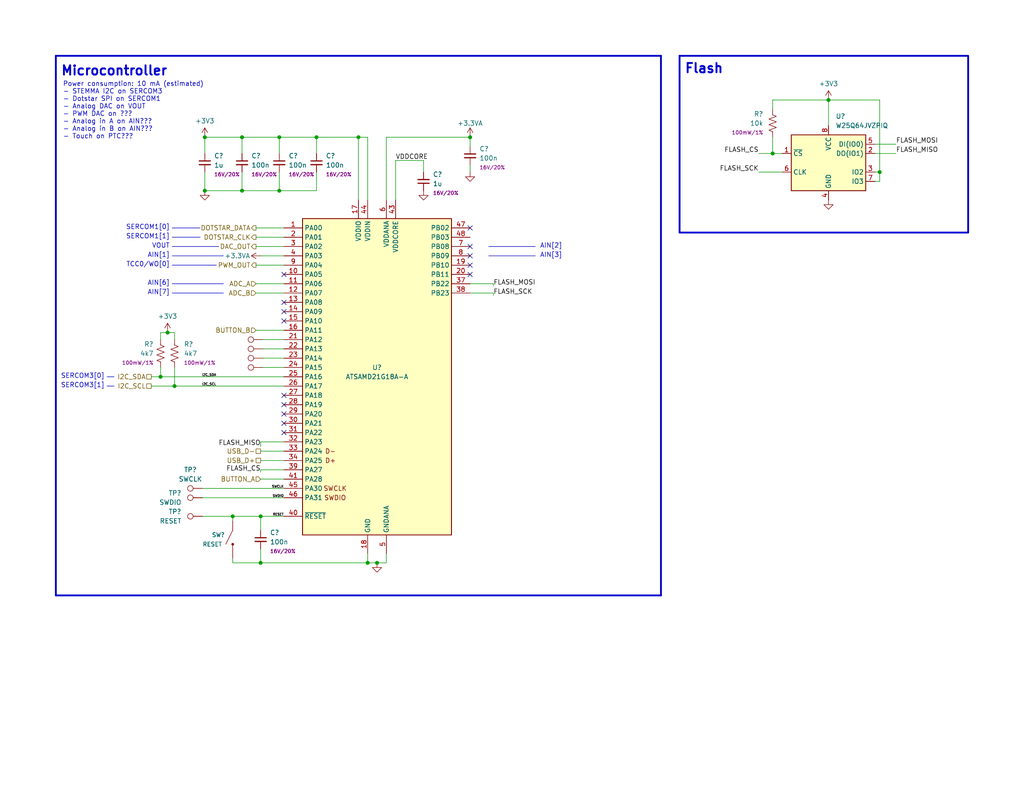
<source format=kicad_sch>
(kicad_sch (version 20230121) (generator eeschema)
  (paper "USLetter")
  (title_block (title "Big Honking Button") (date "2023-08-02") (rev "v5") (company "Winterbloom") (comment 1 "Alethea Flowers") (comment 2 "CERN-OHL-P V2"))
  (lib_symbols
    (symbol "Connector:TestPoint" (pin_numbers hide) (pin_names (offset 0.762) hide)
      (property "Reference" "TP" (at 0 6.858 0))
      (property "Value" "TestPoint" (at 0 5.08 0))
      (symbol "TestPoint_0_1"
        (circle (center 0 3.302) (radius 0.762))
      )
      (symbol "TestPoint_1_1"
        (pin passive line (at 0 0 90) (length 2.54) (name "1") (number "1"))
      )
    )
    (symbol "Device:C_Small" (pin_numbers hide) (pin_names (offset 0.254) hide)
      (property "Reference" "C" (at 0.254 1.778 0))
      (property "Value" "C_Small" (at 0.254 -2.032 0))
      (symbol "C_Small_0_1"
        (polyline (pts (xy -1.524 -0.508) (xy 1.524 -0.508)) (stroke (width 0.3302)))
        (polyline (pts (xy -1.524 0.508) (xy 1.524 0.508)) (stroke (width 0.3048)))
      )
      (symbol "C_Small_1_1"
        (pin passive line (at 0 2.54 270) (length 2.032) (name "~") (number "1"))
        (pin passive line (at 0 -2.54 90) (length 2.032) (name "~") (number "2"))
      )
    )
    (symbol "Device:R_US" (pin_numbers hide) (pin_names (offset 0))
      (property "Reference" "R" (at 2.54 0 90))
      (property "Value" "R_US" (at -2.54 0 90))
      (symbol "R_US_0_1"
        (polyline (pts (xy 0 -2.286) (xy 0 -2.54)))
        (polyline (pts (xy 0 2.286) (xy 0 2.54)))
        (polyline (pts (xy 0 -0.762) (xy 1.016 -1.143) (xy 0 -1.524) (xy -1.016 -1.905) (xy 0 -2.286)))
        (polyline (pts (xy 0 0.762) (xy 1.016 0.381) (xy 0 0) (xy -1.016 -0.381) (xy 0 -0.762)))
        (polyline (pts (xy 0 2.286) (xy 1.016 1.905) (xy 0 1.524) (xy -1.016 1.143) (xy 0 0.762)))
      )
      (symbol "R_US_1_1"
        (pin passive line (at 0 3.81 270) (length 1.27) (name "~") (number "1"))
        (pin passive line (at 0 -3.81 90) (length 1.27) (name "~") (number "2"))
      )
    )
    (symbol "Tactile_Switch_1" (pin_numbers hide) (pin_names (offset 1.016) hide)
      (property "Reference" "SW" (at -1.27 -3.302 0))
      (property "Value" "Tactile_Switch_1" (at -6.223 -1.524 0))
      (symbol "Tactile_Switch_1_1_0"
        (polyline (pts (xy -2.54 0) (xy 1.27 1.905)))
        (polyline (pts (xy 2.54 0) (xy 1.27 0)))
        (circle (center 1.27 0) (radius 0.2794) (fill (type outline)))
      )
      (symbol "Tactile_Switch_1_1_1"
        (pin passive line (at -5.08 0 0) (length 2.54) (name "1") (number "1"))
        (pin passive line (at 5.08 0 180) (length 2.54) (name "2") (number "2"))
      )
    )
    (symbol "board:GD25Q64C"
      (property "Reference" "U" (at -8.89 8.89 0))
      (property "Value" "GD25Q64C" (at 7.62 8.89 0))
      (symbol "GD25Q64C_0_1"
        (rectangle (start -10.16 7.62) (end 10.16 -7.62) (stroke (width 0.254)) (fill (type background)))
      )
      (symbol "GD25Q64C_1_1"
        (pin input line (at -12.7 2.54 0) (length 2.54) (name "~{CS}") (number "1"))
        (pin bidirectional line (at 12.7 2.54 180) (length 2.54) (name "DO(IO1)") (number "2"))
        (pin bidirectional line (at 12.7 -2.54 180) (length 2.54) (name "IO2") (number "3"))
        (pin power_in line (at 0 -10.16 90) (length 2.54) (name "GND") (number "4"))
        (pin bidirectional line (at 12.7 5.08 180) (length 2.54) (name "DI(IO0)") (number "5"))
        (pin input line (at -12.7 -2.54 0) (length 2.54) (name "CLK") (number "6"))
        (pin bidirectional line (at 12.7 -5.08 180) (length 2.54) (name "IO3") (number "7"))
        (pin power_in line (at 0 10.16 270) (length 2.54) (name "VCC") (number "8"))
      )
    )
    (symbol "power:+3.3VA" (power) (pin_names (offset 0))
      (property "Value" "+3.3VA" (at 0 3.556 0))
      (symbol "+3.3VA_0_1"
        (polyline (pts (xy -0.762 1.27) (xy 0 2.54)))
        (polyline (pts (xy 0 0) (xy 0 2.54)))
        (polyline (pts (xy 0 2.54) (xy 0.762 1.27)))
      )
      (symbol "+3.3VA_1_1"
        (pin power_in line (at 0 0 90) (length 0) hide (name "+3.3VA") (number "1"))
      )
    )
    (symbol "power:+3V3" (power) (pin_names (offset 0))
      (property "Value" "+3V3" (at 0 3.556 0))
      (symbol "+3V3_0_1"
        (polyline (pts (xy -0.762 1.27) (xy 0 2.54)))
        (polyline (pts (xy 0 0) (xy 0 2.54)))
        (polyline (pts (xy 0 2.54) (xy 0.762 1.27)))
      )
      (symbol "+3V3_1_1"
        (pin power_in line (at 0 0 90) (length 0) hide (name "+3V3") (number "1"))
      )
    )
    (symbol "power:GND" (power) (pin_names (offset 0))
      (property "Value" "GND" (at 0 -3.81 0))
      (symbol "GND_0_1"
        (polyline (pts (xy 0 0) (xy 0 -1.27) (xy 1.27 -1.27) (xy 0 -2.54) (xy -1.27 -1.27) (xy 0 -1.27)))
      )
      (symbol "GND_1_1"
        (pin power_in line (at 0 0 270) (length 0) hide (name "GND") (number "1"))
      )
    )
    (symbol "winterbloom:ATSAMD21G18A-A"
      (property "Reference" "U" (at -17.78 44.45 0))
      (property "Value" "ATSAMD21G18A-A" (at 0 0 0))
      (property "MPN" "ATSAMD21G18A-A" (at 0 0 0))
      (symbol "ATSAMD21G18A-A_0_0"
        (text "D+" (at -12.7 -22.86 0) (effects (font (size 1.27 1.27))))
        (text "D-" (at -12.7 -20.32 0) (effects (font (size 1.27 1.27))))
        (text "SWCLK" (at -11.43 -30.48 0) (effects (font (size 1.27 1.27))))
        (text "SWDIO" (at -11.43 -33.02 0) (effects (font (size 1.27 1.27))))
      )
      (symbol "ATSAMD21G18A-A_0_1"
        (rectangle (start -20.32 43.18) (end 20.32 -43.18) (stroke (width 0.254)) (fill (type background)))
      )
      (symbol "ATSAMD21G18A-A_1_1"
        (pin bidirectional line (at -25.4 40.64 0) (length 5.08) (name "PA00") (number "1"))
        (pin bidirectional line (at -25.4 27.94 0) (length 5.08) (name "PA05") (number "10"))
        (pin bidirectional line (at -25.4 25.4 0) (length 5.08) (name "PA06") (number "11"))
        (pin bidirectional line (at -25.4 22.86 0) (length 5.08) (name "PA07") (number "12"))
        (pin bidirectional line (at -25.4 20.32 0) (length 5.08) (name "PA08") (number "13"))
        (pin bidirectional line (at -25.4 17.78 0) (length 5.08) (name "PA09") (number "14"))
        (pin bidirectional line (at -25.4 15.24 0) (length 5.08) (name "PA10") (number "15"))
        (pin bidirectional line (at -25.4 12.7 0) (length 5.08) (name "PA11") (number "16"))
        (pin power_in line (at -5.08 48.26 270) (length 5.08) (name "VDDIO") (number "17"))
        (pin power_in line (at -2.54 -48.26 90) (length 5.08) (name "GND") (number "18"))
        (pin bidirectional line (at 25.4 30.48 180) (length 5.08) (name "PB10") (number "19"))
        (pin bidirectional line (at -25.4 38.1 0) (length 5.08) (name "PA01") (number "2"))
        (pin bidirectional line (at 25.4 27.94 180) (length 5.08) (name "PB11") (number "20"))
        (pin bidirectional line (at -25.4 10.16 0) (length 5.08) (name "PA12") (number "21"))
        (pin bidirectional line (at -25.4 7.62 0) (length 5.08) (name "PA13") (number "22"))
        (pin bidirectional line (at -25.4 5.08 0) (length 5.08) (name "PA14") (number "23"))
        (pin bidirectional line (at -25.4 2.54 0) (length 5.08) (name "PA15") (number "24"))
        (pin bidirectional line (at -25.4 0 0) (length 5.08) (name "PA16") (number "25"))
        (pin bidirectional line (at -25.4 -2.54 0) (length 5.08) (name "PA17") (number "26"))
        (pin bidirectional line (at -25.4 -5.08 0) (length 5.08) (name "PA18") (number "27"))
        (pin bidirectional line (at -25.4 -7.62 0) (length 5.08) (name "PA19") (number "28"))
        (pin bidirectional line (at -25.4 -10.16 0) (length 5.08) (name "PA20") (number "29"))
        (pin bidirectional line (at -25.4 35.56 0) (length 5.08) (name "PA02") (number "3"))
        (pin bidirectional line (at -25.4 -12.7 0) (length 5.08) (name "PA21") (number "30"))
        (pin bidirectional line (at -25.4 -15.24 0) (length 5.08) (name "PA22") (number "31"))
        (pin bidirectional line (at -25.4 -17.78 0) (length 5.08) (name "PA23") (number "32"))
        (pin bidirectional line (at -25.4 -20.32 0) (length 5.08) (name "PA24") (number "33"))
        (pin bidirectional line (at -25.4 -22.86 0) (length 5.08) (name "PA25") (number "34"))
        (pin passive line (at -2.54 -48.26 90) (length 5.08) hide (name "GND") (number "35"))
        (pin passive line (at -5.08 48.26 270) (length 5.08) hide (name "VDDIO") (number "36"))
        (pin bidirectional line (at 25.4 25.4 180) (length 5.08) (name "PB22") (number "37"))
        (pin bidirectional line (at 25.4 22.86 180) (length 5.08) (name "PB23") (number "38"))
        (pin bidirectional line (at -25.4 -25.4 0) (length 5.08) (name "PA27") (number "39"))
        (pin bidirectional line (at -25.4 33.02 0) (length 5.08) (name "PA03") (number "4"))
        (pin input line (at -25.4 -38.1 0) (length 5.08) (name "~{RESET}") (number "40"))
        (pin bidirectional line (at -25.4 -27.94 0) (length 5.08) (name "PA28") (number "41"))
        (pin passive line (at -2.54 -48.26 90) (length 5.08) hide (name "GND") (number "42"))
        (pin power_out line (at 5.08 48.26 270) (length 5.08) (name "VDDCORE") (number "43"))
        (pin power_in line (at -2.54 48.26 270) (length 5.08) (name "VDDIN") (number "44"))
        (pin bidirectional line (at -25.4 -30.48 0) (length 5.08) (name "PA30") (number "45"))
        (pin bidirectional line (at -25.4 -33.02 0) (length 5.08) (name "PA31") (number "46"))
        (pin bidirectional line (at 25.4 40.64 180) (length 5.08) (name "PB02") (number "47"))
        (pin bidirectional line (at 25.4 38.1 180) (length 5.08) (name "PB03") (number "48"))
        (pin power_in line (at 2.54 -48.26 90) (length 5.08) (name "GNDANA") (number "5"))
        (pin power_in line (at 2.54 48.26 270) (length 5.08) (name "VDDANA") (number "6"))
        (pin bidirectional line (at 25.4 35.56 180) (length 5.08) (name "PB08") (number "7"))
        (pin bidirectional line (at 25.4 33.02 180) (length 5.08) (name "PB09") (number "8"))
        (pin bidirectional line (at -25.4 30.48 0) (length 5.08) (name "PA04") (number "9"))
      )
    )
  )
  (junction (at 71.12 140.97))
  (junction (at 226.06 27.305))
  (junction (at 86.36 37.465))
  (junction (at 55.88 52.07))
  (junction (at 76.2 52.07))
  (junction (at 66.04 52.07))
  (junction (at 47.625 105.41))
  (junction (at 128.27 37.465))
  (junction (at 210.82 41.91))
  (junction (at 240.03 46.99))
  (junction (at 71.12 153.67))
  (junction (at 55.88 37.465))
  (junction (at 66.04 37.465))
  (junction (at 45.72 90.805))
  (junction (at 102.87 153.67))
  (junction (at 43.815 102.87))
  (junction (at 100.33 153.67))
  (junction (at 63.5 140.97))
  (junction (at 76.2 37.465))
  (junction (at 97.79 37.465))
  (no_connect (at 128.27 72.39))
  (no_connect (at 77.47 115.57))
  (no_connect (at 77.47 113.03))
  (no_connect (at 77.47 85.09))
  (no_connect (at 77.47 107.95))
  (no_connect (at 128.27 74.93))
  (no_connect (at 77.47 110.49))
  (no_connect (at 77.47 82.55))
  (no_connect (at 77.47 87.63))
  (no_connect (at 77.47 118.11))
  (no_connect (at 128.27 67.31))
  (no_connect (at 128.27 69.85))
  (no_connect (at 77.47 74.93))
  (no_connect (at 128.27 62.23))
  (wire (pts (xy 71.755 97.79) (xy 77.47 97.79)))
  (wire (pts (xy 100.33 54.61) (xy 100.33 37.465)))
  (wire (pts (xy 77.47 128.27) (xy 71.12 128.27)))
  (wire (pts (xy 43.815 102.87) (xy 77.47 102.87)))
  (wire (pts (xy 76.2 37.465) (xy 76.2 41.91)))
  (wire (pts (xy 71.12 69.85) (xy 77.47 69.85)))
  (wire (pts (xy 47.625 100.33) (xy 47.625 105.41)))
  (wire (pts (xy 134.62 80.01) (xy 128.27 80.01)))
  (wire (pts (xy 45.72 90.805) (xy 43.815 90.805)))
  (wire (pts (xy 134.62 80.01) (xy 134.62 80.645)))
  (wire (pts (xy 128.27 45.085) (xy 128.27 46.99)))
  (wire (pts (xy 43.815 90.805) (xy 43.815 92.71)))
  (wire (pts (xy 128.27 40.005) (xy 128.27 37.465)))
  (wire (pts (xy 66.04 37.465) (xy 66.04 41.91)))
  (polyline (pts (xy 46.99 62.23) (xy 54.61 62.23)))
  (polyline (pts (xy 46.99 64.77) (xy 54.61 64.77)))
  (wire (pts (xy 55.88 37.465) (xy 55.88 41.91)))
  (wire (pts (xy 71.755 100.33) (xy 77.47 100.33)))
  (wire (pts (xy 55.88 46.99) (xy 55.88 52.07)))
  (wire (pts (xy 71.12 125.73) (xy 77.47 125.73)))
  (wire (pts (xy 107.95 43.815) (xy 107.95 54.61)))
  (wire (pts (xy 105.41 153.67) (xy 105.41 151.13)))
  (wire (pts (xy 210.82 27.305) (xy 226.06 27.305)))
  (wire (pts (xy 238.76 49.53) (xy 240.03 49.53)))
  (wire (pts (xy 244.475 41.91) (xy 238.76 41.91)))
  (wire (pts (xy 71.12 128.27) (xy 71.12 128.905)))
  (wire (pts (xy 71.12 123.19) (xy 77.47 123.19)))
  (wire (pts (xy 47.625 105.41) (xy 77.47 105.41)))
  (wire (pts (xy 69.85 80.01) (xy 77.47 80.01)))
  (wire (pts (xy 240.03 49.53) (xy 240.03 46.99)))
  (wire (pts (xy 240.03 27.305) (xy 226.06 27.305)))
  (wire (pts (xy 76.2 37.465) (xy 86.36 37.465)))
  (polyline (pts (xy 146.05 67.31) (xy 133.35 67.31)))
  (wire (pts (xy 207.01 41.91) (xy 210.82 41.91)))
  (wire (pts (xy 226.06 27.305) (xy 226.06 34.29)))
  (wire (pts (xy 71.12 120.65) (xy 77.47 120.65)))
  (wire (pts (xy 55.245 140.97) (xy 63.5 140.97)))
  (polyline (pts (xy 15.24 15.24) (xy 15.24 162.56)) (stroke (width 0.5) (type solid)))
  (wire (pts (xy 55.245 133.35) (xy 77.47 133.35)))
  (wire (pts (xy 71.755 95.25) (xy 77.47 95.25)))
  (wire (pts (xy 238.76 46.99) (xy 240.03 46.99)))
  (polyline (pts (xy 46.99 77.47) (xy 60.96 77.47)))
  (wire (pts (xy 69.85 67.31) (xy 77.47 67.31)))
  (wire (pts (xy 71.12 130.81) (xy 77.47 130.81)))
  (polyline (pts (xy 15.24 15.24) (xy 180.34 15.24)) (stroke (width 0.5) (type solid)))
  (wire (pts (xy 100.33 37.465) (xy 97.79 37.465)))
  (wire (pts (xy 128.27 37.465) (xy 105.41 37.465)))
  (wire (pts (xy 43.815 100.33) (xy 43.815 102.87)))
  (wire (pts (xy 69.85 64.77) (xy 77.47 64.77)))
  (wire (pts (xy 71.12 140.97) (xy 71.12 144.78)))
  (wire (pts (xy 69.85 90.17) (xy 77.47 90.17)))
  (polyline (pts (xy 46.99 80.01) (xy 60.96 80.01)))
  (wire (pts (xy 210.82 29.845) (xy 210.82 27.305)))
  (wire (pts (xy 100.33 153.67) (xy 102.87 153.67)))
  (wire (pts (xy 66.04 46.99) (xy 66.04 52.07)))
  (wire (pts (xy 134.62 77.47) (xy 134.62 78.105)))
  (wire (pts (xy 76.2 52.07) (xy 86.36 52.07)))
  (wire (pts (xy 100.33 153.67) (xy 71.12 153.67)))
  (wire (pts (xy 105.41 37.465) (xy 105.41 54.61)))
  (polyline (pts (xy 29.21 102.87) (xy 31.115 102.87)))
  (wire (pts (xy 244.475 39.37) (xy 238.76 39.37)))
  (wire (pts (xy 69.85 77.47) (xy 77.47 77.47)))
  (wire (pts (xy 45.72 90.805) (xy 47.625 90.805)))
  (wire (pts (xy 115.57 43.815) (xy 115.57 46.99)))
  (wire (pts (xy 207.01 46.99) (xy 213.36 46.99)))
  (wire (pts (xy 86.36 37.465) (xy 97.79 37.465)))
  (wire (pts (xy 71.12 149.86) (xy 71.12 153.67)))
  (wire (pts (xy 63.5 142.24) (xy 63.5 140.97)))
  (wire (pts (xy 77.47 140.97) (xy 71.12 140.97)))
  (wire (pts (xy 47.625 90.805) (xy 47.625 92.71)))
  (polyline (pts (xy 146.05 69.85) (xy 133.35 69.85)))
  (polyline (pts (xy 180.34 15.24) (xy 180.34 162.56)) (stroke (width 0.5) (type solid)))
  (polyline (pts (xy 180.34 162.56) (xy 15.24 162.56)) (stroke (width 0.5) (type solid)))
  (polyline (pts (xy 46.99 69.85) (xy 60.96 69.85)))
  (wire (pts (xy 71.755 92.71) (xy 77.47 92.71)))
  (wire (pts (xy 55.245 135.89) (xy 77.47 135.89)))
  (wire (pts (xy 100.33 151.13) (xy 100.33 153.67)))
  (wire (pts (xy 41.275 102.87) (xy 43.815 102.87)))
  (polyline (pts (xy 46.99 72.39) (xy 59.055 72.39)))
  (wire (pts (xy 210.82 37.465) (xy 210.82 41.91)))
  (wire (pts (xy 55.88 52.07) (xy 66.04 52.07)))
  (wire (pts (xy 76.2 46.99) (xy 76.2 52.07)))
  (wire (pts (xy 66.04 37.465) (xy 76.2 37.465)))
  (wire (pts (xy 63.5 152.4) (xy 63.5 153.67)))
  (wire (pts (xy 240.03 46.99) (xy 240.03 27.305)))
  (wire (pts (xy 71.12 120.65) (xy 71.12 121.92)))
  (wire (pts (xy 66.04 52.07) (xy 76.2 52.07)))
  (wire (pts (xy 134.62 77.47) (xy 128.27 77.47)))
  (wire (pts (xy 71.12 153.67) (xy 63.5 153.67)))
  (wire (pts (xy 86.36 37.465) (xy 86.36 41.91)))
  (wire (pts (xy 86.36 46.99) (xy 86.36 52.07)))
  (wire (pts (xy 69.85 62.23) (xy 77.47 62.23)))
  (wire (pts (xy 107.95 43.815) (xy 115.57 43.815)))
  (polyline (pts (xy 29.21 105.41) (xy 31.115 105.41)))
  (wire (pts (xy 69.85 72.39) (xy 77.47 72.39)))
  (wire (pts (xy 97.79 37.465) (xy 97.79 54.61)))
  (wire (pts (xy 55.88 37.465) (xy 66.04 37.465)))
  (polyline (pts (xy 46.99 67.31) (xy 59.69 67.31)))
  (wire (pts (xy 102.87 153.67) (xy 105.41 153.67)))
  (wire (pts (xy 63.5 140.97) (xy 71.12 140.97)))
  (wire (pts (xy 41.275 105.41) (xy 47.625 105.41)))
  (wire (pts (xy 210.82 41.91) (xy 213.36 41.91)))
  (rectangle (start 185.42 15.24) (end 264.16 63.5) (stroke (width 0.5)))
  (text "Microcontroller" (at 16.51 20.955 0) (effects (font (size 2.54 2.54) (thickness 0.508) bold) (justify left bottom)))
  (text "SERCOM3[0]" (at 28.575 103.505 0) (effects (font (size 1.27 1.27)) (justify right bottom)))
  (text "TCC0/WO[0]" (at 46.355 73.025 0) (effects (font (size 1.27 1.27)) (justify right bottom)))
  (text "SERCOM3[1]" (at 28.575 106.045 0) (effects (font (size 1.27 1.27)) (justify right bottom)))
  (text "SERCOM1[1]" (at 46.355 65.405 0) (effects (font (size 1.27 1.27)) (justify right bottom)))
  (text "AIN[7]\n" (at 46.355 80.645 0) (effects (font (size 1.27 1.27)) (justify right bottom)))
  (text "AIN[6]\n" (at 46.355 78.105 0) (effects (font (size 1.27 1.27)) (justify right bottom)))
  (text "AIN[3]" (at 147.32 70.485 0) (effects (font (size 1.27 1.27)) (justify left bottom)))
  (text "Power consumption: 10 mA (estimated)\n- STEMMA I2C on SERCOM3\n- Dotstar SPI on SERCOM1\n- Analog DAC on VOUT\n- PWM DAC on ???\n- Analog in A on AIN???\n- Analog in B on AIN???\n- Touch on PTC???" (at 17.145 38.1 0) (effects (font (size 1.27 1.27)) (justify left bottom)))
  (text "AIN[2]" (at 147.32 67.945 0) (effects (font (size 1.27 1.27)) (justify left bottom)))
  (text "VOUT" (at 46.355 67.945 0) (effects (font (size 1.27 1.27)) (justify right bottom)))
  (text "AIN[1]\n" (at 46.355 70.485 0) (effects (font (size 1.27 1.27)) (justify right bottom)))
  (text "SERCOM1[0]" (at 46.355 62.865 0) (effects (font (size 1.27 1.27)) (justify right bottom)))
  (text "Flash" (at 186.69 20.32 0) (effects (font (size 2.54 2.54) (thickness 0.508) bold) (justify left bottom)))
  (label "FLASH_MISO" (at 244.475 41.91 0))
  (label "FLASH_MOSI" (at 134.62 78.105 0))
  (label "I2C_SDA" (at 59.055 102.87 180) (effects (font (size 0.64 0.64))))
  (label "FLASH_SCK" (at 207.01 46.99 180))
  (label "FLASH_MISO" (at 71.12 121.92 180))
  (label "FLASH_CS" (at 71.12 128.905 180))
  (label "RESET" (at 77.47 140.97 180) (effects (font (size 0.64 0.64))))
  (label "SWCLK" (at 77.47 133.35 180) (effects (font (size 0.64 0.64))))
  (label "FLASH_CS" (at 207.01 41.91 180))
  (label "SWDIO" (at 77.47 135.89 180) (effects (font (size 0.64 0.64))))
  (label "I2C_SCL" (at 59.055 105.41 180) (effects (font (size 0.64 0.64))))
  (label "VDDCORE" (at 107.95 43.815 0))
  (label "FLASH_MOSI" (at 244.475 39.37 0))
  (label "FLASH_SCK" (at 134.62 80.645 0))
  (hierarchical_label "BUTTON_B" (shape input) (at 69.85 90.17 180))
  (hierarchical_label "ADC_B" (shape input) (at 69.85 80.01 180))
  (hierarchical_label "USB_D-" (shape passive) (at 71.12 123.19 180))
  (hierarchical_label "USB_D+" (shape passive) (at 71.12 125.73 180))
  (hierarchical_label "DAC_OUT" (shape output) (at 69.85 67.31 180))
  (hierarchical_label "PWM_OUT" (shape output) (at 69.85 72.39 180))
  (hierarchical_label "BUTTON_A" (shape input) (at 71.12 130.81 180))
  (hierarchical_label "I2C_SCL" (shape passive) (at 41.275 105.41 180))
  (hierarchical_label "DOTSTAR_DATA" (shape output) (at 69.85 62.23 180))
  (hierarchical_label "ADC_A" (shape input) (at 69.85 77.47 180))
  (hierarchical_label "I2C_SDA" (shape passive) (at 41.275 102.87 180))
  (hierarchical_label "DOTSTAR_CLK" (shape output) (at 69.85 64.77 180))
  (symbol (lib_id "Device:C_Small") (at 128.27 42.545 0) (unit 1)
    (property "Reference" "C?" (at 130.81 40.6462 0) (effects (justify left)))
    (property "Value" "100n" (at 130.81 43.1862 0) (effects (justify left)))
    (property "Footprint" "winterbloom:C_0603_HandSolder" (effects hide))
    (property "MPN" "CL05B104KO5NNNC" (effects hide))
    (property "Notes" "Bypass" (effects hide))
    (property "MacroFab MPN" "MF-CAP-0402-0.1uF" (effects hide))
    (property "Rating" "16V/20%" (at 130.81 45.7263 0) (effects (font (size 1 1)) (justify left)))
    (instances (project "mainboard" (path "" (reference "C?") (unit 1))) (project "board" (path "" (reference "C15") (unit 1))))
  )
  (symbol (lib_id "Device:R_US") (at 43.815 96.52 0) (unit 1)
    (property "Reference" "R?" (at 41.91 93.98 0) (effects (justify right)))
    (property "Value" "4k7" (at 41.91 96.52 0) (effects (justify right)))
    (property "Footprint" "winterbloom:R_0603_HandSolder" (effects hide))
    (property "Rating" "100mW/1%" (at 41.91 99.06 0) (effects (font (size 1 1)) (justify right)))
    (instances (project "mainboard" (path "" (reference "R?") (unit 1))) (project "board" (path "" (reference "R?") (unit 1)) (path "" (reference "R2") (unit 1))))
  )
  (symbol (lib_id "power:+3.3VA") (at 128.27 37.465 0) (unit 1)
    (property "Reference" "#PWR?" (effects hide))
    (property "Value" "+3.3VA" (at 128.27 33.655 0))
    (instances (project "mainboard" (path "" (reference "#PWR?") (unit 1))) (project "board" (path "" (reference "#PWR0125") (unit 1))))
  )
  (symbol (lib_id "board:GD25Q64C") (at 226.06 44.45 0) (unit 1)
    (property "Reference" "U?" (at 228.0159 31.75 0) (effects (justify left)))
    (property "Value" "W25Q64JVZPIQ" (at 228.0159 34.29 0) (effects (justify left)))
    (property "Footprint" "Package_SON:WSON-8-1EP_6x5mm_P1.27mm_EP3.4x4mm" (effects hide))
    (property "Datasheet" "https://www.digikey.com/en/products/detail/winbond-electronics/W25Q64JVZPIQ-TR/5803999" (effects hide))
    (property "mpn" "W25Q64JVZPIQ" (effects hide))
    (instances (project "board" (path "" (reference "U?") (unit 1)) (path "" (reference "U4") (unit 1))))
  )
  (symbol (lib_id "winterbloom:ATSAMD21G18A-A") (at 102.87 102.87 0) (unit 1)
    (property "Reference" "U?" (at 102.87 100.33 0))
    (property "Value" "ATSAMD21G18A-A" (at 102.87 102.87 0))
    (property "Footprint" "winterbloom:TQFP-48_7x7mm_P0.5mm" (effects hide))
    (property "Datasheet" "http://ww1.microchip.com/downloads/en/DeviceDoc/SAM_D21_DA1_Family_Data%20Sheet_DS40001882E.pdf" (effects hide))
    (property "MPN" "ATSAMD21G18A-A" (effects hide))
    (instances (project "mainboard" (path "" (reference "U?") (unit 1))) (project "board" (path "" (reference "U3") (unit 1))))
  )
  (symbol (lib_id "power:+3.3VA") (at 71.12 69.85 90) (unit 1)
    (property "Reference" "#PWR?" (effects hide))
    (property "Value" "+3.3VA" (at 64.77 69.85 90))
    (instances (project "mainboard" (path "" (reference "#PWR?") (unit 1))) (project "board" (path "" (reference "#PWR0133") (unit 1))))
  )
  (symbol (lib_id "Connector:TestPoint") (at 71.755 97.79 90) (unit 1)
    (property "Reference" "TP?" (effects hide))
    (property "Value" "PA13" (effects hide))
    (property "Footprint" "TestPoint:TestPoint_Pad_D1.0mm" (effects hide))
    (property "DNP" "1" (effects hide))
    (instances (project "mainboard" (path "" (reference "TP?") (unit 1))) (project "board" (path "" (reference "TP20") (unit 1))))
  )
  (symbol (lib_id "Connector:TestPoint") (at 71.755 92.71 90) (unit 1)
    (property "Reference" "TP?" (effects hide))
    (property "Value" "PA12" (effects hide))
    (property "Footprint" "TestPoint:TestPoint_Pad_D1.0mm" (effects hide))
    (property "DNP" "1" (effects hide))
    (instances (project "mainboard" (path "" (reference "TP?") (unit 1))) (project "board" (path "" (reference "TP18") (unit 1))))
  )
  (symbol (lib_id "power:+3V3") (at 45.72 90.805 0) (unit 1)
    (property "Reference" "#PWR0129" (effects hide))
    (property "Value" "+3V3" (at 45.72 86.36 0))
    (instances (project "board" (path "" (reference "#PWR0129") (unit 1))) (project "starfish" (path "" (reference "#PWR?") (unit 1))))
  )
  (symbol (lib_id "Connector:TestPoint") (at 71.755 100.33 90) (unit 1)
    (property "Reference" "TP?" (effects hide))
    (property "Value" "PA15" (effects hide))
    (property "Footprint" "TestPoint:TestPoint_Pad_D1.0mm" (effects hide))
    (property "DNP" "1" (effects hide))
    (instances (project "mainboard" (path "" (reference "TP?") (unit 1))) (project "board" (path "" (reference "TP21") (unit 1))))
  )
  (symbol (lib_id "Connector:TestPoint") (at 71.755 95.25 90) (unit 1)
    (property "Reference" "TP?" (effects hide))
    (property "Value" "PA13" (effects hide))
    (property "Footprint" "TestPoint:TestPoint_Pad_D1.0mm" (effects hide))
    (property "DNP" "1" (effects hide))
    (instances (project "mainboard" (path "" (reference "TP?") (unit 1))) (project "board" (path "" (reference "TP19") (unit 1))))
  )
  (symbol (lib_id "Device:C_Small") (at 55.88 44.45 0) (unit 1)
    (property "Reference" "C?" (at 58.42 42.5512 0) (effects (justify left)))
    (property "Value" "1u" (at 58.42 45.0912 0) (effects (justify left)))
    (property "Footprint" "winterbloom:C_0603_HandSolder" (effects hide))
    (property "MPN" "CL05A105KO5NNNC" (effects hide))
    (property "Notes" "Bypass" (effects hide))
    (property "MacroFab MPN" "MF-CAP-0402-1uF" (effects hide))
    (property "Rating" "16V/20%" (at 58.42 47.6313 0) (effects (font (size 1 1)) (justify left)))
    (instances (project "mainboard" (path "" (reference "C?") (unit 1))) (project "board" (path "" (reference "C9") (unit 1))))
  )
  (symbol (lib_name "Tactile_Switch_1") (lib_id "winterbloom:Tactile_Switch") (at 63.5 147.32 90) (mirror x) (unit 1)
    (property "Reference" "SW?" (at 57.785 146.05 90) (effects (font (size 1.143 1.143)) (justify right)))
    (property "Value" "RESET" (at 55.245 148.59 90) (effects (font (size 1.143 1.143)) (justify right)))
    (property "Footprint" "winterbloom:Tactile_Switch_4.2mm" (effects hide))
    (property "Datasheet" "https://factory.macrofab.com/part/MF-SW-TACT-4.2MM" (effects hide))
    (property "MPN" "PTS815 SJM 250 SMTR LFS" (effects hide))
    (property "MacroFab MPN" "MF-SW-TACT-4.2MM" (effects hide))
    (instances (project "mainboard" (path "" (reference "SW?") (unit 1))) (project "board" (path "" (reference "SW1") (unit 1))))
  )
  (symbol (lib_id "power:GND") (at 115.57 52.07 0) (unit 1)
    (property "Reference" "#PWR?" (effects hide))
    (property "Value" "GND" (effects hide))
    (instances (project "mainboard" (path "" (reference "#PWR?") (unit 1))) (project "board" (path "" (reference "#PWR0126") (unit 1))))
  )
  (symbol (lib_id "Device:C_Small") (at 115.57 49.53 180) (unit 1)
    (property "Reference" "C?" (at 118.11 47.6185 0) (effects (justify right)))
    (property "Value" "1u" (at 118.11 50.1585 0) (effects (justify right)))
    (property "Footprint" "winterbloom:C_0603_HandSolder" (effects hide))
    (property "MPN" "CL05A105KO5NNNC" (effects hide))
    (property "Notes" "Bypass" (effects hide))
    (property "MacroFab MPN" "MF-CAP-0402-1uF" (effects hide))
    (property "Rating" "16V/20%" (at 118.11 52.6986 0) (effects (font (size 1 1)) (justify right)))
    (instances (project "mainboard" (path "" (reference "C?") (unit 1))) (project "board" (path "" (reference "C14") (unit 1))))
  )
  (symbol (lib_id "power:GND") (at 55.88 52.07 0) (unit 1)
    (property "Reference" "#PWR?" (effects hide))
    (property "Value" "GND" (effects hide))
    (instances (project "mainboard" (path "" (reference "#PWR?") (unit 1))) (project "board" (path "" (reference "#PWR0128") (unit 1))))
  )
  (symbol (lib_id "power:GND") (at 102.87 153.67 0) (unit 1)
    (property "Reference" "#PWR?" (effects hide))
    (property "Value" "GND" (effects hide))
    (instances (project "mainboard" (path "" (reference "#PWR?") (unit 1))) (project "board" (path "" (reference "#PWR0134") (unit 1))))
  )
  (symbol (lib_id "power:+3V3") (at 226.06 27.305 0) (unit 1)
    (property "Reference" "#PWR0132" (effects hide))
    (property "Value" "+3V3" (at 226.06 22.86 0))
    (instances (project "board" (path "" (reference "#PWR0132") (unit 1))) (project "starfish" (path "" (reference "#PWR?") (unit 1))))
  )
  (symbol (lib_id "Device:R_US") (at 210.82 33.655 0) (unit 1)
    (property "Reference" "R?" (at 208.28 31.115 0) (effects (justify right)))
    (property "Value" "10k" (at 208.28 33.655 0) (effects (justify right)))
    (property "Footprint" "winterbloom:R_0603_HandSolder" (effects hide))
    (property "MPN" "ERJ-2RKF2201X" (effects hide))
    (property "Notes" "-10V zener current control" (effects hide))
    (property "MacroFab MPN" "MF-RES-0402-2K" (effects hide))
    (property "Rating" "100mW/1%" (at 208.28 36.195 0) (effects (font (size 1 1)) (justify right)))
    (instances (project "mainboard" (path "" (reference "R?") (unit 1))) (project "board" (path "" (reference "R?") (unit 1)) (path "" (reference "R4") (unit 1))))
  )
  (symbol (lib_id "Device:C_Small") (at 71.12 147.32 0) (unit 1)
    (property "Reference" "C?" (at 73.66 145.4212 0) (effects (justify left)))
    (property "Value" "100n" (at 73.66 147.9612 0) (effects (justify left)))
    (property "Footprint" "winterbloom:C_0603_HandSolder" (effects hide))
    (property "Notes" "Bypass" (effects hide))
    (property "MacroFab MPN" "MF-CAP-0402-0.1uF" (effects hide))
    (property "MPN" "CL05B104KO5NNNC" (effects hide))
    (property "Rating" "16V/20%" (at 73.66 150.5013 0) (effects (font (size 1 1)) (justify left)))
    (instances (project "mainboard" (path "" (reference "C?") (unit 1))) (project "board" (path "" (reference "C11") (unit 1))))
  )
  (symbol (lib_id "power:GND") (at 226.06 54.61 0) (unit 1)
    (property "Reference" "#PWR?" (effects hide))
    (property "Value" "GND" (effects hide))
    (instances (project "board" (path "" (reference "#PWR?") (unit 1)) (path "" (reference "#PWR0131") (unit 1))))
  )
  (symbol (lib_id "Device:C_Small") (at 86.36 44.45 0) (unit 1)
    (property "Reference" "C?" (at 88.9 42.5512 0) (effects (justify left)))
    (property "Value" "100n" (at 88.9 45.0912 0) (effects (justify left)))
    (property "Footprint" "winterbloom:C_0603_HandSolder" (effects hide))
    (property "MPN" "CL05B104KO5NNNC" (effects hide))
    (property "Notes" "Bypass" (effects hide))
    (property "MacroFab MPN" "MF-CAP-0402-0.1uF" (effects hide))
    (property "Rating" "16V/20%" (at 88.9 47.6313 0) (effects (font (size 1 1)) (justify left)))
    (instances (project "mainboard" (path "" (reference "C?") (unit 1))) (project "board" (path "" (reference "C13") (unit 1))))
  )
  (symbol (lib_id "Connector:TestPoint") (at 55.245 133.35 90) (unit 1)
    (property "Reference" "TP?" (at 51.943 128.27 90))
    (property "Value" "SWCLK" (at 51.943 130.81 90))
    (property "Footprint" "TestPoint:TestPoint_Pad_D1.0mm" (effects hide))
    (property "DNP" "1" (effects hide))
    (instances (project "mainboard" (path "" (reference "TP?") (unit 1))) (project "board" (path "" (reference "TP7") (unit 1))))
  )
  (symbol (lib_id "Connector:TestPoint") (at 55.245 140.97 90) (unit 1)
    (property "Reference" "TP?" (at 49.53 139.7 90) (effects (justify left)))
    (property "Value" "RESET" (at 49.53 142.24 90) (effects (justify left)))
    (property "Footprint" "TestPoint:TestPoint_Pad_D1.0mm" (effects hide))
    (property "DNP" "1" (effects hide))
    (instances (project "mainboard" (path "" (reference "TP?") (unit 1))) (project "board" (path "" (reference "TP9") (unit 1))))
  )
  (symbol (lib_id "power:GND") (at 128.27 46.99 0) (unit 1)
    (property "Reference" "#PWR?" (effects hide))
    (property "Value" "GND" (effects hide))
    (instances (project "mainboard" (path "" (reference "#PWR?") (unit 1))) (project "board" (path "" (reference "#PWR0127") (unit 1))))
  )
  (symbol (lib_id "Device:R_US") (at 47.625 96.52 0) (unit 1)
    (property "Reference" "R?" (at 50.165 93.98 0) (effects (justify left)))
    (property "Value" "4k7" (at 50.165 96.52 0) (effects (justify left)))
    (property "Footprint" "winterbloom:R_0603_HandSolder" (effects hide))
    (property "Rating" "100mW/1%" (at 50.165 99.06 0) (effects (font (size 1 1)) (justify left)))
    (instances (project "mainboard" (path "" (reference "R?") (unit 1))) (project "board" (path "" (reference "R?") (unit 1)) (path "" (reference "R3") (unit 1))))
  )
  (symbol (lib_id "Connector:TestPoint") (at 55.245 135.89 90) (unit 1)
    (property "Reference" "TP?" (at 49.53 134.62 90) (effects (justify left)))
    (property "Value" "SWDIO" (at 49.53 137.16 90) (effects (justify left)))
    (property "Footprint" "TestPoint:TestPoint_Pad_D1.0mm" (effects hide))
    (property "DNP" "1" (effects hide))
    (instances (project "mainboard" (path "" (reference "TP?") (unit 1))) (project "board" (path "" (reference "TP8") (unit 1))))
  )
  (symbol (lib_id "Device:C_Small") (at 66.04 44.45 0) (unit 1)
    (property "Reference" "C?" (at 68.58 42.5512 0) (effects (justify left)))
    (property "Value" "100n" (at 68.58 45.0912 0) (effects (justify left)))
    (property "Footprint" "winterbloom:C_0603_HandSolder" (effects hide))
    (property "MPN" "CL05B104KO5NNNC" (effects hide))
    (property "Notes" "Bypass" (effects hide))
    (property "MacroFab MPN" "MF-CAP-0402-0.1uF" (effects hide))
    (property "Rating" "16V/20%" (at 68.58 47.6313 0) (effects (font (size 1 1)) (justify left)))
    (instances (project "mainboard" (path "" (reference "C?") (unit 1))) (project "board" (path "" (reference "C10") (unit 1))))
  )
  (symbol (lib_id "Device:C_Small") (at 76.2 44.45 0) (unit 1)
    (property "Reference" "C?" (at 78.74 42.5512 0) (effects (justify left)))
    (property "Value" "100n" (at 78.74 45.0912 0) (effects (justify left)))
    (property "Footprint" "winterbloom:C_0603_HandSolder" (effects hide))
    (property "MPN" "CL05B104KO5NNNC" (effects hide))
    (property "Notes" "Bypass" (effects hide))
    (property "MacroFab MPN" "MF-CAP-0402-0.1uF" (effects hide))
    (property "Rating" "16V/20%" (at 78.74 47.6313 0) (effects (font (size 1 1)) (justify left)))
    (instances (project "mainboard" (path "" (reference "C?") (unit 1))) (project "board" (path "" (reference "C12") (unit 1))))
  )
  (symbol (lib_id "power:+3V3") (at 55.88 37.465 0) (unit 1)
    (property "Reference" "#PWR0130" (effects hide))
    (property "Value" "+3V3" (at 55.88 33.02 0))
    (instances (project "board" (path "" (reference "#PWR0130") (unit 1))) (project "starfish" (path "" (reference "#PWR?") (unit 1))))
  )
)
</source>
